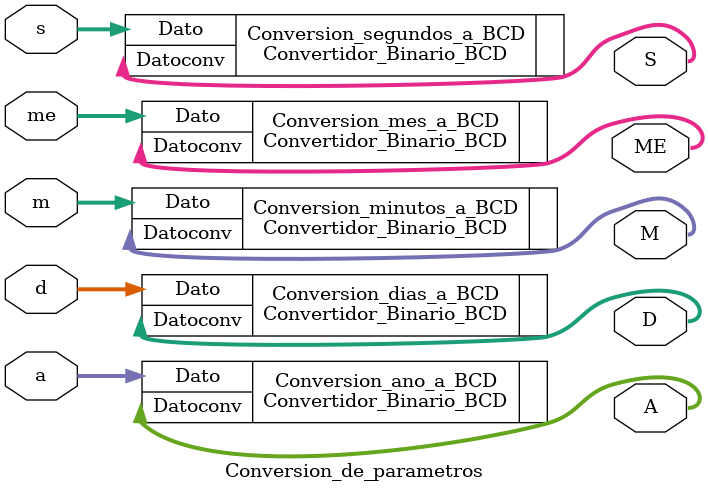
<source format=v>
`timescale 1ns / 1ps

module Conversion_de_parametros(
	input [7:0] s,m,d,me,a,
	output [7:0] S,M,D,ME,A
    );

Convertidor_Binario_BCD Conversion_segundos_a_BCD (
    .Dato(s),
    .Datoconv(S)
    );

Convertidor_Binario_BCD Conversion_minutos_a_BCD (
    .Dato(m),
    .Datoconv(M)
    );
	 
Convertidor_Binario_BCD Conversion_dias_a_BCD (
    .Dato(d),
    .Datoconv(D)
    );
	 
Convertidor_Binario_BCD Conversion_mes_a_BCD (
    .Dato(me),
    .Datoconv(ME)
    );
	 
Convertidor_Binario_BCD Conversion_ano_a_BCD (
    .Dato(a),
    .Datoconv(A)
    );

endmodule

</source>
